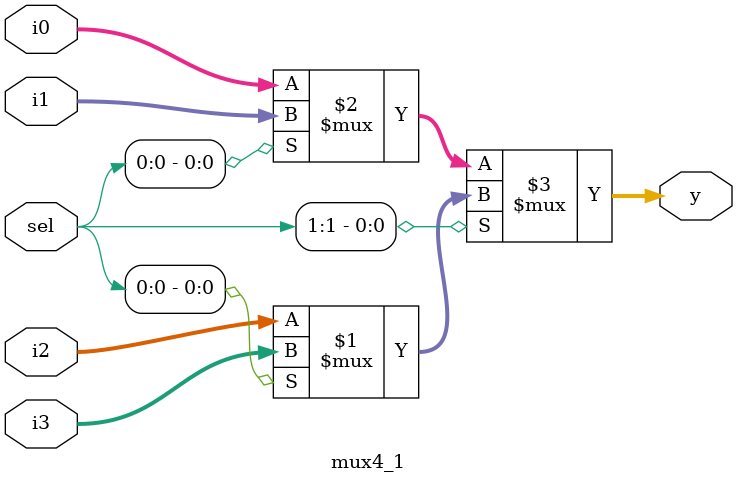
<source format=v>
module mux4_1(input [3:0]i0,
              input [3:0]i1,
              input [3:0]i2,
              input [3:0]i3,
              input [1:0]sel,
              output [3:0]y);
  
  assign y = sel[1] ? (sel[0] ? i3 : i2) : (sel[0] ? i1 :i0);
endmodule

</source>
